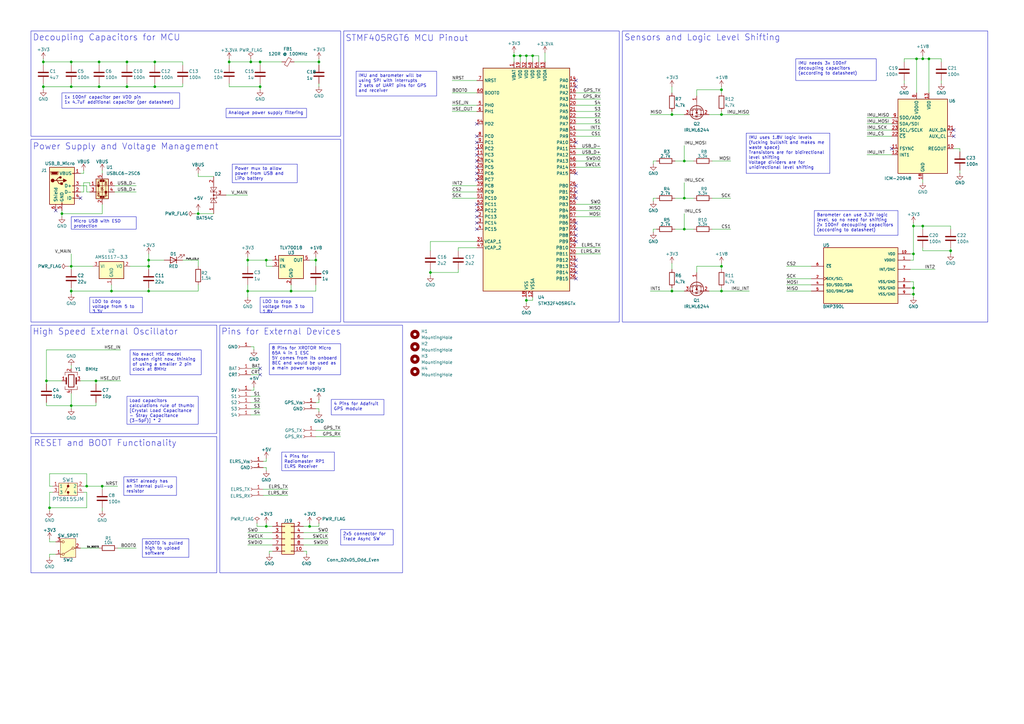
<source format=kicad_sch>
(kicad_sch (version 20250114) (generator "eeschema") (generator_version "9.0")
  (paper "A3")
  (rectangle (start 12.7 133.35) (end 88.9 177.8))
  (rectangle (start 90.17 133.35) (end 165.1 234.95))
  (rectangle (start 255.27 12.7) (end 405.13 132.08))
  (rectangle (start 12.7 57.15) (end 139.7 132.08))
  (rectangle (start 140.97 12.7) (end 254 132.08))
  (rectangle (start 12.7 12.7) (end 139.7 55.88))
  (rectangle (start 12.7 179.07) (end 88.9 234.95))
  (text "Pins for External Devices" (at 115.316 136.144 0) (effects (font (size 2.54 2.54))))
  (text "STMF405RGT6 MCU Pinout" (at 166.878 15.748 0) (effects (font (size 2.54 2.54))))
  (text "High Speed External Oscillator" (at 43.18 136.144 0) (effects (font (size 2.54 2.54))))
  (text "Power Supply and Voltage Management" (at 51.562 60.198 0) (effects (font (size 2.54 2.54))))
  (text "RESET and BOOT Functionality" (at 43.18 181.864 0) (effects (font (size 2.54 2.54))))
  (text "Decoupling Capacitors for MCU" (at 43.688 15.494 0) (effects (font (size 2.54 2.54))))
  (text "Sensors and Logic Level Shifting" (at 288.036 15.494 0) (effects (font (size 2.54 2.54))))
  (text_box "4 Pins for Radiomaster RP1 ELRS Receiver" (at 115.57 185.42 0) (size 21.59 7.62) (margins 0.9525 0.9525 0.9525 0.9525) (effects (font (size 1.27 1.27)) (justify left top)))
  (text_box "NRST already has an internal pull-up resistor" (at 50.8 195.58 0) (size 21.59 7.62) (margins 0.9525 0.9525 0.9525 0.9525) (effects (font (size 1.27 1.27)) (justify left top)))
  (text_box "4 Pins for Adafruit GPS module" (at 135.89 163.83 0) (size 21.59 6.35) (margins 0.9525 0.9525 0.9525 0.9525) (effects (font (size 1.27 1.27)) (justify left top)))
  (text_box "IMU needs 3x 100nF decoupling capacitors (according to datasheet)" (at 326.39 24.13 0) (size 33.02 8.89) (margins 0.9525 0.9525 0.9525 0.9525) (effects (font (size 1.27 1.27)) (justify left top)))
  (text_box "Power mux to allow power from USB and LiPo battery" (at 95.25 67.31 0) (size 26.67 7.62) (margins 0.9525 0.9525 0.9525 0.9525) (effects (font (size 1.27 1.27)) (justify left top)))
  (text_box "Barometer can use 3.3V logic level, so no need for shifting\n2x 100nF decoupling capacitors (according to datasheet)" (at 334.01 86.36 0) (size 34.29 10.16) (margins 0.9525 0.9525 0.9525 0.9525) (effects (font (size 1.27 1.27)) (justify left top)))
  (text_box "LDO to drop voltage from 5 to 3.3V" (at 36.83 121.92 0) (size 21.59 6.35) (margins 0.9525 0.9525 0.9525 0.9525) (effects (font (size 1.27 1.27)) (justify left top)))
  (text_box "Load capacitors calculations rule of thumb:\n[Crystal Load Capacitance - Stray Capacitance (3-5pF)] * 2" (at 52.07 162.56 0) (size 29.21 11.43) (margins 0.9525 0.9525 0.9525 0.9525) (effects (font (size 1.27 1.27)) (justify left top)))
  (text_box "BOOT0 is pulled high to upload software" (at 58.42 220.98 0) (size 19.05 7.62) (margins 0.9525 0.9525 0.9525 0.9525) (effects (font (size 1.27 1.27)) (justify left top)))
  (text_box "LDO to drop voltage from 3 to 1.8V" (at 106.68 121.92 0) (size 21.59 6.35) (margins 0.9525 0.9525 0.9525 0.9525) (effects (font (size 1.27 1.27)) (justify left top)))
  (text_box "IMU and barometer will be using SPI with interrupts\n2 sets of UART pins for GPS and receiver\n" (at 146.05 29.21 0) (size 33.02 10.16) (margins 0.9525 0.9525 0.9525 0.9525) (effects (font (size 1.27 1.27)) (justify left top)))
  (text_box "No exact HSE model chosen right now, thinking of using a smaller 2 pin clock at 8MHz" (at 53.34 143.51 0) (size 29.21 10.16) (margins 0.9525 0.9525 0.9525 0.9525) (effects (font (size 1.27 1.27)) (justify left top)))
  (text_box "8 Pins for XROTOR Micro 65A 4 in 1 ESC\n5V comes from its onboard BEC and would be used as a main power supply" (at 110.49 140.97 0) (size 29.21 12.7) (margins 0.9525 0.9525 0.9525 0.9525) (effects (font (size 1.27 1.27)) (justify left top)))
  (text_box "1x 100nF capacitor per VDD pin\n1x 4.7uF additional capacitor (per datasheet)\n" (at 25.4 38.1 0) (size 48.26 6.35) (margins 0.9525 0.9525 0.9525 0.9525) (effects (font (size 1.27 1.27)) (justify left top)))
  (text_box "2x5 connector for Trace Async SW" (at 139.7 217.17 0) (size 21.59 6.35) (margins 0.9525 0.9525 0.9525 0.9525) (effects (font (size 1.27 1.27)) (justify left top)))
  (text_box "IMU uses 1.8V logic levels (fucking bullshit and makes me waste space)\nTransistors are for bidirectional level shifting\nVoltage dividers are for unidirectional level shifting" (at 306.07 54.61 0) (size 34.29 16.51) (margins 0.9525 0.9525 0.9525 0.9525) (effects (font (size 1.27 1.27)) (justify left top)))
  (text_box "Micro USB with ESD protection" (at 29.21 88.9 0) (size 26.67 5.08) (margins 0.9525 0.9525 0.9525 0.9525) (effects (font (size 1.27 1.27)) (justify left top)))
  (text_box "Analogue power supply filtering" (at 92.71 44.45 0) (size 33.02 3.81) (margins 0.9525 0.9525 0.9525 0.9525) (effects (font (size 1.27 1.27)) (justify left top)))
  (junction (at 215.9 123.19))
  (junction (at 29.21 109.22))
  (junction (at 52.07 35.56))
  (junction (at 295.91 46.99))
  (junction (at 381 24.13))
  (junction (at 102.87 25.4))
  (junction (at 63.5 25.4))
  (junction (at 17.78 25.4))
  (junction (at 17.78 35.56))
  (junction (at 130.81 25.4))
  (junction (at 215.9 22.86))
  (junction (at 39.37 156.21))
  (junction (at 280.67 66.04))
  (junction (at 29.21 35.56))
  (junction (at 60.96 106.68))
  (junction (at 45.72 119.38))
  (junction (at 35.56 199.39))
  (junction (at 106.68 25.4))
  (junction (at 60.96 119.38))
  (junction (at 127 215.9))
  (junction (at 101.6 119.38))
  (junction (at 389.89 102.87))
  (junction (at 129.54 106.68))
  (junction (at 40.64 35.56))
  (junction (at 101.6 106.68))
  (junction (at 93.98 25.4))
  (junction (at 106.68 35.56))
  (junction (at 280.67 81.28))
  (junction (at 176.53 111.76))
  (junction (at 60.96 109.22))
  (junction (at 378.46 24.13))
  (junction (at 119.38 119.38))
  (junction (at 20.32 208.28))
  (junction (at 213.36 22.86))
  (junction (at 81.28 87.63))
  (junction (at 275.59 119.38))
  (junction (at 378.46 92.71))
  (junction (at 374.65 92.71))
  (junction (at 19.05 156.21))
  (junction (at 109.22 215.9))
  (junction (at 295.91 109.22))
  (junction (at 218.44 22.86))
  (junction (at 29.21 25.4))
  (junction (at 210.82 22.86))
  (junction (at 41.91 199.39))
  (junction (at 374.65 120.65))
  (junction (at 63.5 35.56))
  (junction (at 29.21 119.38))
  (junction (at 375.92 24.13))
  (junction (at 295.91 119.38))
  (junction (at 52.07 25.4))
  (junction (at 29.21 166.37))
  (junction (at 295.91 36.83))
  (junction (at 275.59 46.99))
  (junction (at 374.65 118.11))
  (junction (at 109.22 106.68))
  (junction (at 40.64 25.4))
  (junction (at 280.67 93.98))
  (junction (at 25.4 87.63))
  (junction (at 374.65 104.14))
  (no_connect (at 195.58 73.66))
  (no_connect (at 195.58 60.96))
  (no_connect (at 391.16 55.88))
  (no_connect (at 236.22 91.44))
  (no_connect (at 195.58 86.36))
  (no_connect (at 236.22 71.12))
  (no_connect (at 106.68 153.67))
  (no_connect (at 106.68 151.13))
  (no_connect (at 195.58 55.88))
  (no_connect (at 236.22 33.02))
  (no_connect (at 236.22 111.76))
  (no_connect (at 33.02 81.28))
  (no_connect (at 236.22 106.68))
  (no_connect (at 236.22 58.42))
  (no_connect (at 195.58 66.04))
  (no_connect (at 195.58 58.42))
  (no_connect (at 22.86 86.36))
  (no_connect (at 236.22 93.98))
  (no_connect (at 195.58 88.9))
  (no_connect (at 236.22 109.22))
  (no_connect (at 391.16 53.34))
  (no_connect (at 236.22 114.3))
  (no_connect (at 195.58 93.98))
  (no_connect (at 236.22 78.74))
  (no_connect (at 236.22 35.56))
  (no_connect (at 195.58 71.12))
  (no_connect (at 236.22 76.2))
  (no_connect (at 236.22 99.06))
  (no_connect (at 195.58 68.58))
  (no_connect (at 236.22 96.52))
  (no_connect (at 195.58 91.44))
  (no_connect (at 195.58 83.82))
  (no_connect (at 195.58 50.8))
  (no_connect (at 195.58 63.5))
  (no_connect (at 236.22 81.28))
  (no_connect (at 365.76 60.96))
  (wire (pts (xy 295.91 118.11) (xy 295.91 119.38)))
  (wire (pts (xy 276.86 66.04) (xy 280.67 66.04)))
  (wire (pts (xy 63.5 25.4) (xy 63.5 26.67)))
  (wire (pts (xy 280.67 81.28) (xy 284.48 81.28)))
  (wire (pts (xy 322.58 114.3) (xy 332.74 114.3)))
  (wire (pts (xy 106.68 34.29) (xy 106.68 35.56)))
  (wire (pts (xy 102.87 24.13) (xy 102.87 25.4)))
  (wire (pts (xy 236.22 63.5) (xy 246.38 63.5)))
  (wire (pts (xy 355.6 48.26) (xy 365.76 48.26)))
  (wire (pts (xy 109.22 106.68) (xy 111.76 106.68)))
  (wire (pts (xy 102.87 153.67) (xy 106.68 153.67)))
  (wire (pts (xy 185.42 78.74) (xy 195.58 78.74)))
  (wire (pts (xy 280.67 66.04) (xy 284.48 66.04)))
  (wire (pts (xy 35.56 76.2) (xy 33.02 76.2)))
  (wire (pts (xy 29.21 119.38) (xy 29.21 120.65)))
  (wire (pts (xy 236.22 104.14) (xy 246.38 104.14)))
  (wire (pts (xy 129.54 167.64) (xy 130.81 167.64)))
  (wire (pts (xy 176.53 110.49) (xy 176.53 111.76)))
  (wire (pts (xy 102.87 151.13) (xy 106.68 151.13)))
  (wire (pts (xy 130.81 24.13) (xy 130.81 25.4)))
  (wire (pts (xy 195.58 99.06) (xy 176.53 99.06)))
  (wire (pts (xy 355.6 53.34) (xy 365.76 53.34)))
  (wire (pts (xy 17.78 24.13) (xy 17.78 25.4)))
  (wire (pts (xy 20.32 208.28) (xy 35.56 208.28)))
  (wire (pts (xy 124.46 226.06) (xy 125.73 226.06)))
  (wire (pts (xy 280.67 93.98) (xy 284.48 93.98)))
  (wire (pts (xy 25.4 88.9) (xy 25.4 87.63)))
  (wire (pts (xy 285.75 109.22) (xy 295.91 109.22)))
  (wire (pts (xy 17.78 35.56) (xy 29.21 35.56)))
  (wire (pts (xy 124.46 218.44) (xy 134.62 218.44)))
  (wire (pts (xy 176.53 113.03) (xy 176.53 111.76)))
  (wire (pts (xy 40.64 25.4) (xy 40.64 26.67)))
  (wire (pts (xy 185.42 33.02) (xy 195.58 33.02)))
  (wire (pts (xy 355.6 55.88) (xy 365.76 55.88)))
  (wire (pts (xy 17.78 26.67) (xy 17.78 25.4)))
  (wire (pts (xy 275.59 107.95) (xy 275.59 110.49)))
  (wire (pts (xy 295.91 35.56) (xy 295.91 36.83)))
  (wire (pts (xy 378.46 102.87) (xy 389.89 102.87)))
  (wire (pts (xy 33.02 156.21) (xy 39.37 156.21)))
  (wire (pts (xy 52.07 25.4) (xy 52.07 26.67)))
  (wire (pts (xy 213.36 22.86) (xy 215.9 22.86)))
  (wire (pts (xy 127 214.63) (xy 127 215.9)))
  (wire (pts (xy 119.38 119.38) (xy 129.54 119.38)))
  (wire (pts (xy 109.22 109.22) (xy 111.76 109.22)))
  (wire (pts (xy 218.44 22.86) (xy 220.98 22.86)))
  (wire (pts (xy 80.01 87.63) (xy 81.28 87.63)))
  (wire (pts (xy 381 24.13) (xy 386.08 24.13)))
  (wire (pts (xy 215.9 22.86) (xy 218.44 22.86)))
  (wire (pts (xy 34.29 74.93) (xy 34.29 78.74)))
  (wire (pts (xy 210.82 21.59) (xy 210.82 22.86)))
  (wire (pts (xy 322.58 119.38) (xy 332.74 119.38)))
  (wire (pts (xy 81.28 72.39) (xy 87.63 72.39)))
  (wire (pts (xy 215.9 121.92) (xy 215.9 123.19)))
  (wire (pts (xy 370.84 24.13) (xy 370.84 25.4)))
  (wire (pts (xy 236.22 68.58) (xy 246.38 68.58)))
  (wire (pts (xy 29.21 109.22) (xy 29.21 110.49)))
  (wire (pts (xy 389.89 102.87) (xy 389.89 104.14)))
  (wire (pts (xy 185.42 76.2) (xy 195.58 76.2)))
  (wire (pts (xy 74.93 25.4) (xy 74.93 26.67)))
  (wire (pts (xy 20.32 194.31) (xy 20.32 199.39)))
  (wire (pts (xy 185.42 43.18) (xy 195.58 43.18)))
  (wire (pts (xy 46.99 76.2) (xy 55.88 76.2)))
  (wire (pts (xy 130.81 163.83) (xy 130.81 165.1)))
  (wire (pts (xy 374.65 92.71) (xy 374.65 104.14)))
  (wire (pts (xy 374.65 92.71) (xy 378.46 92.71)))
  (wire (pts (xy 322.58 116.84) (xy 332.74 116.84)))
  (wire (pts (xy 41.91 208.28) (xy 41.91 209.55)))
  (wire (pts (xy 393.7 71.12) (xy 393.7 69.85)))
  (wire (pts (xy 81.28 71.12) (xy 81.28 72.39)))
  (wire (pts (xy 130.81 25.4) (xy 130.81 26.67)))
  (wire (pts (xy 29.21 166.37) (xy 29.21 167.64)))
  (wire (pts (xy 290.83 119.38) (xy 295.91 119.38)))
  (wire (pts (xy 107.95 203.2) (xy 118.11 203.2)))
  (wire (pts (xy 218.44 22.86) (xy 218.44 25.4)))
  (wire (pts (xy 109.22 191.77) (xy 109.22 193.04)))
  (wire (pts (xy 129.54 179.07) (xy 139.7 179.07)))
  (wire (pts (xy 213.36 22.86) (xy 210.82 22.86)))
  (wire (pts (xy 81.28 86.36) (xy 81.28 87.63)))
  (wire (pts (xy 295.91 107.95) (xy 295.91 109.22)))
  (wire (pts (xy 35.56 78.74) (xy 36.83 78.74)))
  (wire (pts (xy 34.29 201.93) (xy 35.56 201.93)))
  (wire (pts (xy 389.89 102.87) (xy 389.89 101.6)))
  (wire (pts (xy 109.22 215.9) (xy 105.41 215.9)))
  (wire (pts (xy 29.21 149.86) (xy 29.21 151.13)))
  (wire (pts (xy 267.97 66.04) (xy 267.97 67.31)))
  (wire (pts (xy 275.59 119.38) (xy 280.67 119.38)))
  (wire (pts (xy 40.64 25.4) (xy 52.07 25.4)))
  (wire (pts (xy 102.87 25.4) (xy 93.98 25.4)))
  (wire (pts (xy 41.91 199.39) (xy 48.26 199.39)))
  (wire (pts (xy 355.6 63.5) (xy 365.76 63.5)))
  (wire (pts (xy 129.54 105.41) (xy 129.54 106.68)))
  (wire (pts (xy 295.91 109.22) (xy 295.91 110.49)))
  (wire (pts (xy 374.65 115.57) (xy 374.65 118.11)))
  (wire (pts (xy 93.98 24.13) (xy 93.98 25.4)))
  (wire (pts (xy 236.22 38.1) (xy 246.38 38.1)))
  (wire (pts (xy 218.44 121.92) (xy 218.44 123.19)))
  (wire (pts (xy 107.95 189.23) (xy 109.22 189.23)))
  (wire (pts (xy 35.56 199.39) (xy 41.91 199.39)))
  (wire (pts (xy 93.98 34.29) (xy 93.98 35.56)))
  (wire (pts (xy 19.05 165.1) (xy 19.05 166.37)))
  (wire (pts (xy 74.93 35.56) (xy 74.93 34.29)))
  (wire (pts (xy 373.38 118.11) (xy 374.65 118.11)))
  (wire (pts (xy 127 215.9) (xy 130.81 215.9)))
  (wire (pts (xy 295.91 36.83) (xy 295.91 38.1)))
  (wire (pts (xy 17.78 35.56) (xy 17.78 36.83)))
  (wire (pts (xy 378.46 92.71) (xy 378.46 93.98)))
  (wire (pts (xy 21.59 201.93) (xy 20.32 201.93)))
  (wire (pts (xy 187.96 110.49) (xy 187.96 111.76)))
  (wire (pts (xy 111.76 220.98) (xy 101.6 220.98)))
  (wire (pts (xy 120.65 25.4) (xy 130.81 25.4)))
  (wire (pts (xy 39.37 166.37) (xy 29.21 166.37)))
  (wire (pts (xy 106.68 35.56) (xy 106.68 36.83)))
  (wire (pts (xy 48.26 224.79) (xy 55.88 224.79)))
  (wire (pts (xy 101.6 116.84) (xy 101.6 119.38)))
  (wire (pts (xy 266.7 119.38) (xy 275.59 119.38)))
  (wire (pts (xy 236.22 48.26) (xy 246.38 48.26)))
  (wire (pts (xy 236.22 88.9) (xy 246.38 88.9)))
  (wire (pts (xy 220.98 22.86) (xy 220.98 25.4)))
  (wire (pts (xy 25.4 87.63) (xy 25.4 86.36)))
  (wire (pts (xy 246.38 53.34) (xy 236.22 53.34)))
  (wire (pts (xy 19.05 143.51) (xy 19.05 156.21)))
  (wire (pts (xy 109.22 214.63) (xy 109.22 215.9)))
  (wire (pts (xy 102.87 160.02) (xy 104.14 160.02)))
  (wire (pts (xy 35.56 76.2) (xy 35.56 78.74)))
  (wire (pts (xy 176.53 99.06) (xy 176.53 102.87)))
  (wire (pts (xy 373.38 120.65) (xy 374.65 120.65)))
  (wire (pts (xy 107.95 191.77) (xy 109.22 191.77)))
  (wire (pts (xy 386.08 34.29) (xy 386.08 33.02)))
  (wire (pts (xy 223.52 21.59) (xy 223.52 25.4)))
  (wire (pts (xy 52.07 35.56) (xy 52.07 34.29)))
  (wire (pts (xy 185.42 45.72) (xy 195.58 45.72)))
  (wire (pts (xy 393.7 60.96) (xy 393.7 62.23)))
  (wire (pts (xy 374.65 91.44) (xy 374.65 92.71)))
  (wire (pts (xy 111.76 218.44) (xy 101.6 218.44)))
  (wire (pts (xy 109.22 187.96) (xy 109.22 189.23)))
  (wire (pts (xy 280.67 87.63) (xy 280.67 93.98)))
  (wire (pts (xy 81.28 119.38) (xy 60.96 119.38)))
  (wire (pts (xy 374.65 120.65) (xy 374.65 121.92)))
  (wire (pts (xy 106.68 25.4) (xy 106.68 26.67)))
  (wire (pts (xy 63.5 35.56) (xy 63.5 34.29)))
  (wire (pts (xy 53.34 109.22) (xy 60.96 109.22)))
  (wire (pts (xy 41.91 199.39) (xy 41.91 200.66)))
  (wire (pts (xy 40.64 35.56) (xy 52.07 35.56)))
  (wire (pts (xy 295.91 119.38) (xy 307.34 119.38)))
  (wire (pts (xy 20.32 220.98) (xy 20.32 222.25)))
  (wire (pts (xy 386.08 24.13) (xy 386.08 25.4)))
  (wire (pts (xy 378.46 101.6) (xy 378.46 102.87)))
  (wire (pts (xy 266.7 46.99) (xy 275.59 46.99)))
  (wire (pts (xy 129.54 176.53) (xy 139.7 176.53)))
  (wire (pts (xy 29.21 35.56) (xy 40.64 35.56)))
  (wire (pts (xy 374.65 104.14) (xy 374.65 106.68)))
  (wire (pts (xy 81.28 116.84) (xy 81.28 119.38)))
  (wire (pts (xy 74.93 25.4) (xy 63.5 25.4)))
  (wire (pts (xy 102.87 167.64) (xy 106.68 167.64)))
  (wire (pts (xy 378.46 73.66) (xy 378.46 74.93)))
  (wire (pts (xy 378.46 92.71) (xy 389.89 92.71)))
  (wire (pts (xy 60.96 104.14) (xy 60.96 106.68)))
  (wire (pts (xy 101.6 105.41) (xy 101.6 106.68)))
  (wire (pts (xy 381 24.13) (xy 381 38.1)))
  (wire (pts (xy 374.65 118.11) (xy 374.65 120.65)))
  (wire (pts (xy 275.59 35.56) (xy 275.59 38.1)))
  (wire (pts (xy 210.82 22.86) (xy 210.82 25.4)))
  (wire (pts (xy 35.56 194.31) (xy 35.56 199.39)))
  (wire (pts (xy 322.58 109.22) (xy 332.74 109.22)))
  (wire (pts (xy 81.28 87.63) (xy 87.63 87.63)))
  (wire (pts (xy 29.21 161.29) (xy 29.21 166.37)))
  (wire (pts (xy 130.81 167.64) (xy 130.81 168.91)))
  (wire (pts (xy 185.42 38.1) (xy 195.58 38.1)))
  (wire (pts (xy 45.72 119.38) (xy 60.96 119.38)))
  (wire (pts (xy 275.59 46.99) (xy 280.67 46.99)))
  (wire (pts (xy 102.87 142.24) (xy 104.14 142.24)))
  (wire (pts (xy 22.86 222.25) (xy 20.32 222.25)))
  (wire (pts (xy 373.38 115.57) (xy 374.65 115.57)))
  (wire (pts (xy 111.76 226.06) (xy 110.49 226.06)))
  (wire (pts (xy 34.29 71.12) (xy 34.29 69.85)))
  (wire (pts (xy 275.59 118.11) (xy 275.59 119.38)))
  (wire (pts (xy 39.37 156.21) (xy 49.53 156.21)))
  (wire (pts (xy 105.41 215.9) (xy 105.41 214.63)))
  (wire (pts (xy 276.86 93.98) (xy 280.67 93.98)))
  (wire (pts (xy 375.92 24.13) (xy 375.92 38.1)))
  (wire (pts (xy 280.67 74.93) (xy 280.67 81.28)))
  (wire (pts (xy 60.96 119.38) (xy 60.96 118.11)))
  (wire (pts (xy 125.73 226.06) (xy 125.73 227.33)))
  (wire (pts (xy 124.46 220.98) (xy 134.62 220.98)))
  (wire (pts (xy 375.92 24.13) (xy 378.46 24.13)))
  (wire (pts (xy 101.6 106.68) (xy 109.22 106.68)))
  (wire (pts (xy 295.91 46.99) (xy 307.34 46.99)))
  (wire (pts (xy 101.6 119.38) (xy 119.38 119.38)))
  (wire (pts (xy 36.83 74.93) (xy 34.29 74.93)))
  (wire (pts (xy 93.98 35.56) (xy 106.68 35.56)))
  (wire (pts (xy 102.87 170.18) (xy 106.68 170.18)))
  (wire (pts (xy 33.02 71.12) (xy 34.29 71.12)))
  (wire (pts (xy 389.89 92.71) (xy 389.89 93.98)))
  (wire (pts (xy 111.76 215.9) (xy 109.22 215.9)))
  (wire (pts (xy 292.1 81.28) (xy 299.72 81.28)))
  (wire (pts (xy 33.02 224.79) (xy 40.64 224.79)))
  (wire (pts (xy 215.9 123.19) (xy 215.9 124.46)))
  (wire (pts (xy 102.87 162.56) (xy 106.68 162.56)))
  (wire (pts (xy 34.29 78.74) (xy 33.02 78.74)))
  (wire (pts (xy 102.87 165.1) (xy 106.68 165.1)))
  (wire (pts (xy 22.86 227.33) (xy 20.32 227.33)))
  (wire (pts (xy 285.75 109.22) (xy 285.75 111.76)))
  (wire (pts (xy 378.46 24.13) (xy 381 24.13)))
  (wire (pts (xy 275.59 45.72) (xy 275.59 46.99)))
  (wire (pts (xy 269.24 81.28) (xy 267.97 81.28)))
  (wire (pts (xy 106.68 25.4) (xy 115.57 25.4)))
  (wire (pts (xy 285.75 36.83) (xy 295.91 36.83)))
  (wire (pts (xy 110.49 226.06) (xy 110.49 227.33)))
  (wire (pts (xy 290.83 46.99) (xy 295.91 46.99)))
  (wire (pts (xy 267.97 81.28) (xy 267.97 82.55)))
  (wire (pts (xy 373.38 104.14) (xy 374.65 104.14)))
  (wire (pts (xy 127 106.68) (xy 129.54 106.68)))
  (wire (pts (xy 236.22 50.8) (xy 246.38 50.8)))
  (wire (pts (xy 20.32 199.39) (xy 21.59 199.39)))
  (wire (pts (xy 236.22 60.96) (xy 246.38 60.96)))
  (wire (pts (xy 391.16 60.96) (xy 393.7 60.96)))
  (wire (pts (xy 295.91 45.72) (xy 295.91 46.99)))
  (wire (pts (xy 187.96 101.6) (xy 187.96 102.87)))
  (wire (pts (xy 195.58 81.28) (xy 185.42 81.28)))
  (wire (pts (xy 119.38 116.84) (xy 119.38 119.38)))
  (wire (pts (xy 29.21 118.11) (xy 29.21 119.38)))
  (wire (pts (xy 292.1 66.04) (xy 299.72 66.04)))
  (wire (pts (xy 176.53 111.76) (xy 187.96 111.76)))
  (wire (pts (xy 20.32 194.31) (xy 35.56 194.31)))
  (wire (pts (xy 213.36 22.86) (xy 213.36 25.4)))
  (wire (pts (xy 104.14 158.75) (xy 104.14 160.02)))
  (wire (pts (xy 236.22 83.82) (xy 246.38 83.82)))
  (wire (pts (xy 46.99 78.74) (xy 55.88 78.74)))
  (wire (pts (xy 130.81 35.56) (xy 130.81 34.29)))
  (wire (pts (xy 45.72 116.84) (xy 45.72 119.38)))
  (wire (pts (xy 35.56 199.39) (xy 34.29 199.39)))
  (wire (pts (xy 39.37 156.21) (xy 39.37 157.48)))
  (wire (pts (xy 35.56 201.93) (xy 35.56 208.28)))
  (wire (pts (xy 29.21 25.4) (xy 40.64 25.4)))
  (wire (pts (xy 19.05 166.37) (xy 29.21 166.37)))
  (wire (pts (xy 19.05 156.21) (xy 25.4 156.21)))
  (wire (pts (xy 236.22 45.72) (xy 246.38 45.72)))
  (wire (pts (xy 20.32 208.28) (xy 20.32 209.55)))
  (wire (pts (xy 111.76 223.52) (xy 101.6 223.52)))
  (wire (pts (xy 19.05 143.51) (xy 49.53 143.51)))
  (wire (pts (xy 106.68 25.4) (xy 102.87 25.4)))
  (wire (pts (xy 29.21 26.67) (xy 29.21 25.4)))
  (wire (pts (xy 29.21 119.38) (xy 45.72 119.38)))
  (wire (pts (xy 267.97 93.98) (xy 267.97 95.25)))
  (wire (pts (xy 74.93 106.68) (xy 81.28 106.68)))
  (wire (pts (xy 41.91 87.63) (xy 25.4 87.63)))
  (wire (pts (xy 130.81 215.9) (xy 130.81 214.63)))
  (wire (pts (xy 236.22 40.64) (xy 246.38 40.64)))
  (wire (pts (xy 39.37 165.1) (xy 39.37 166.37)))
  (wire (pts (xy 280.67 59.69) (xy 280.67 66.04)))
  (wire (pts (xy 378.46 22.86) (xy 378.46 24.13)))
  (wire (pts (xy 269.24 93.98) (xy 267.97 93.98)))
  (wire (pts (xy 383.54 110.49) (xy 373.38 110.49)))
  (wire (pts (xy 129.54 119.38) (xy 129.54 116.84)))
  (wire (pts (xy 236.22 55.88) (xy 246.38 55.88)))
  (wire (pts (xy 60.96 109.22) (xy 60.96 110.49)))
  (wire (pts (xy 101.6 106.68) (xy 101.6 109.22)))
  (wire (pts (xy 370.84 34.29) (xy 370.84 33.02)))
  (wire (pts (xy 92.71 80.01) (xy 101.6 80.01)))
  (wire (pts (xy 375.92 24.13) (xy 370.84 24.13)))
  (wire (pts (xy 236.22 86.36) (xy 246.38 86.36)))
  (wire (pts (xy 29.21 104.14) (xy 29.21 109.22)))
  (wire (pts (xy 124.46 215.9) (xy 127 215.9)))
  (wire (pts (xy 285.75 36.83) (xy 285.75 39.37)))
  (wire (pts (xy 29.21 34.29) (xy 29.21 35.56)))
  (wire (pts (xy 101.6 119.38) (xy 101.6 121.92)))
  (wire (pts (xy 60.96 106.68) (xy 60.96 109.22)))
  (wire (pts (xy 40.64 35.56) (xy 40.64 34.29)))
  (wire (pts (xy 19.05 156.21) (xy 19.05 157.48)))
  (wire (pts (xy 269.24 66.04) (xy 267.97 66.04)))
  (wire (pts (xy 60.96 106.68) (xy 67.31 106.68)))
  (wire (pts (xy 63.5 35.56) (xy 74.93 35.56)))
  (wire (pts (xy 107.95 200.66) (xy 118.11 200.66)))
  (wire (pts (xy 41.91 83.82) (xy 41.91 87.63)))
  (wire (pts (xy 129.54 106.68) (xy 129.54 109.22)))
  (wire (pts (xy 93.98 26.67) (xy 93.98 25.4)))
  (wire (pts (xy 38.1 109.22) (xy 29.21 109.22)))
  (wire (pts (xy 355.6 50.8) (xy 365.76 50.8)))
  (wire (pts (xy 27.94 109.22) (xy 29.21 109.22)))
  (wire (pts (xy 20.32 227.33) (xy 20.32 228.6)))
  (wire (pts (xy 20.32 201.93) (xy 20.32 208.28)))
  (wire (pts (xy 215.9 22.86) (xy 215.9 25.4)))
  (wire (pts (xy 236.22 101.6) (xy 246.38 101.6)))
  (wire (pts (xy 218.44 123.19) (xy 215.9 123.19)))
  (wire (pts (xy 52.07 25.4) (xy 63.5 25.4)))
  (wire (pts (xy 236.22 66.04) (xy 246.38 66.04)))
  (wire (pts (xy 236.22 43.18) (xy 246.38 43.18)))
  (wire (pts (xy 373.38 106.68) (xy 374.65 106.68)))
  (wire (pts (xy 124.46 223.52) (xy 134.62 223.52)))
  (wire (pts (xy 129.54 165.1) (xy 130.81 165.1)))
  (wire (pts (xy 81.28 106.68) (xy 81.28 109.22)))
  (wire (pts (xy 41.91 69.85) (xy 41.91 71.12)))
  (wire (pts (xy 276.86 81.28) (xy 280.67 81.28)))
  (wire (pts (xy 52.07 35.56) (xy 63.5 35.56)))
  (wire (pts (xy 17.78 25.4) (xy 29.21 25.4)))
  (wire (pts (xy 17.78 34.29) (xy 17.78 35.56)))
  (wire (pts (xy 195.58 101.6) (xy 187.96 101.6)))
  (wire (pts (xy 36.83 76.2) (xy 36.83 74.93)))
  (wire (pts (xy 104.14 142.24) (xy 104.14 143.51)))
  (wire (pts (xy 109.22 106.68) (xy 109.22 109.22)))
  (wire (pts (xy 292.1 93.98) (xy 299.72 93.98)))
  (label "HSE_IN" (at 49.53 143.51 180))
  (label "SCK" (at 185.42 81.28 0))
  (label "SWDIO" (at 246.38 66.04 180))
  (label "MOSI" (at 322.58 116.84 0))
  (label "IMU_INT" (at 307.34 119.38 180))
  (label "S2" (at 106.68 165.1 180))
  (label "S3" (at 246.38 45.72 180))
  (label "INT1" (at 246.38 53.34 180))
  (label "GPS_RX" (at 246.38 40.64 180))
  (label "CS1" (at 246.38 55.88 180))
  (label "SWO" (at 246.38 83.82 180))
  (label "BOOT0" (at 185.42 38.1 0))
  (label "MISO" (at 246.38 86.36 180))
  (label "CRT" (at 106.68 153.67 180))
  (label "MISO" (at 266.7 46.99 0))
  (label "BAT" (at 106.68 151.13 180))
  (label "GPS_RX" (at 139.7 179.07 180))
  (label "IMU_CS" (at 280.67 87.63 0))
  (label "S4" (at 246.38 43.18 180))
  (label "INT2" (at 185.42 76.2 0))
  (label "SWCLK" (at 246.38 68.58 180))
  (label "IMU_MOSI" (at 280.67 59.69 0))
  (label "IMU_INT" (at 355.6 63.5 0))
  (label "IMU_MISO" (at 355.6 48.26 0))
  (label "HSE_OUT" (at 49.53 156.21 180))
  (label "S4" (at 106.68 170.18 180))
  (label "IMU_CS" (at 355.6 55.88 0))
  (label "S1" (at 246.38 50.8 180))
  (label "S1" (at 106.68 162.56 180))
  (label "USB_D-" (at 246.38 60.96 180))
  (label "S3" (at 106.68 167.64 180))
  (label "MISO" (at 322.58 119.38 0))
  (label "USB_D+" (at 55.88 78.74 180))
  (label "SWO" (at 134.62 218.44 180))
  (label "SCK" (at 322.58 114.3 0))
  (label "IMU_SCK" (at 355.6 53.34 0))
  (label "SWO" (at 101.6 218.44 0))
  (label "INT1" (at 266.7 119.38 0))
  (label "NRST" (at 185.42 33.02 0))
  (label "IMU_MISO" (at 307.34 46.99 180))
  (label "V_MAIN" (at 29.21 104.14 180))
  (label "NRST" (at 48.26 199.39 180))
  (label "ELRS_TX" (at 246.38 101.6 180))
  (label "SWDIO" (at 101.6 223.52 0))
  (label "CS1" (at 299.72 93.98 180))
  (label "INT2" (at 383.54 110.49 180))
  (label "GPS_TX" (at 246.38 38.1 180))
  (label "V_MAIN" (at 101.6 80.01 180))
  (label "CS2" (at 322.58 109.22 0))
  (label "GPS_TX" (at 139.7 176.53 180))
  (label "SWCLK" (at 134.62 220.98 180))
  (label "MOSI" (at 299.72 66.04 180))
  (label "PWR_LED_K" (at 76.2 106.68 0) (effects (font (size 0.635 0.635))))
  (label "USB_D-" (at 55.88 76.2 180))
  (label "SCK" (at 299.72 81.28 180))
  (label "MOSI" (at 246.38 88.9 180))
  (label "ELRS_TX" (at 118.11 200.66 180))
  (label "IMU_SCK" (at 280.67 74.93 0))
  (label "ELRS_RX" (at 246.38 104.14 180))
  (label "CS2" (at 185.42 78.74 0))
  (label "IMU_MOSI" (at 355.6 50.8 0))
  (label "SWCLK" (at 101.6 220.98 0))
  (label "SWDIO" (at 134.62 223.52 180))
  (label "USB_D+" (at 246.38 63.5 180))
  (label "ELRS_RX" (at 118.11 203.2 180))
  (label "SW_BOOT0" (at 40.64 224.79 180) (effects (font (size 0.635 0.635))))
  (label "BOOT0" (at 55.88 224.79 180))
  (label "S2" (at 246.38 48.26 180))
  (label "HSE_OUT" (at 185.42 45.72 0))
  (label "HSE_IN" (at 185.42 43.18 0))
  (symbol (lib_id "power:+1V8") (at 295.91 35.56 0) (unit 1)
    (property "Reference" "#PWR037" (effects (hide yes)))
    (property "Value" "+1V8" (at 295.91 31.75 0))
    (property "Description" "Power symbol creates a global label with name \"+1V8\"" (effects (hide yes)))
  )
  (symbol (lib_id "Connector:Conn_01x01_Socket") (at 97.79 142.24 0) (mirror y) (unit 1)
    (property "Reference" "J2" (effects (hide yes)))
    (property "Value" "GND" (at 95.504 142.24 0))
    (property "Footprint" "Connector_Wire:SolderWirePad_1x01_SMD_1x2mm" (effects (hide yes)))
    (property "Description" "Generic connector, single row, 01x01, script generated" (effects (hide yes)))
  )
  (symbol (lib_id "power:GND") (at 101.6 121.92 0) (unit 1)
    (property "Reference" "#PWR06" (effects (hide yes)))
    (property "Value" "GND" (at 101.6 125.73 0))
    (property "Description" "Power symbol creates a global label with name \"GND\" , ground" (effects (hide yes)))
  )
  (symbol (lib_id "power:PWR_FLAG") (at 105.41 214.63 0) (mirror y) (unit 1)
    (property "Reference" "#FLG06" (effects (hide yes)))
    (property "Value" "PWR_FLAG" (at 99.314 212.852 0))
    (property "Description" "Special symbol for telling ERC where power comes from" (effects (hide yes)))
  )
  (symbol (lib_id "Device:LED") (at 71.12 106.68 180) (unit 1)
    (property "Reference" "D1" (at 71.12 104.14 0))
    (property "Value" "RED" (at 71.12 109.22 0))
    (property "Footprint" "LED_SMD:LED_0603_1608Metric" (effects (hide yes)))
    (property "Description" "Light emitting diode" (effects (hide yes)))
    (property "Sim.Pins" "1=K 2=A" (effects (hide yes)))
  )
  (symbol (lib_id "power:GND") (at 29.21 167.64 0) (unit 1)
    (property "Reference" "#PWR012" (effects (hide yes)))
    (property "Value" "GND" (at 29.21 171.45 0))
    (property "Description" "Power symbol creates a global label with name \"GND\" , ground" (effects (hide yes)))
  )
  (symbol (lib_id "power:+3V3") (at 275.59 35.56 0) (unit 1)
    (property "Reference" "#PWR035" (effects (hide yes)))
    (property "Value" "+3V3" (at 275.59 31.75 0))
    (property "Description" "Power symbol creates a global label with name \"+3V3\"" (effects (hide yes)))
  )
  (symbol (lib_id "power:+3V3") (at 109.22 214.63 0) (mirror y) (unit 1)
    (property "Reference" "#PWR053" (effects (hide yes)))
    (property "Value" "+3V3" (at 109.22 210.82 0))
    (property "Description" "Power symbol creates a global label with name \"+3V3\"" (effects (hide yes)))
  )
  (symbol (lib_id "power:GND") (at 267.97 67.31 0) (unit 1)
    (property "Reference" "#PWR031" (effects (hide yes)))
    (property "Value" "GND" (at 267.97 71.12 0))
    (property "Description" "Power symbol creates a global label with name \"GND\" , ground" (effects (hide yes)))
  )
  (symbol (lib_id "power:GND") (at 393.7 71.12 0) (unit 1)
    (property "Reference" "#PWR045" (effects (hide yes)))
    (property "Value" "GND" (at 393.7 74.93 0))
    (property "Description" "Power symbol creates a global label with name \"GND\" , ground" (effects (hide yes)))
  )
  (symbol (lib_id "Device:C") (at 29.21 114.3 0) (unit 1)
    (property "Reference" "C2" (at 31.75 113.03 0) (effects (justify left)))
    (property "Value" "22u" (at 31.75 115.57 0) (effects (justify left)))
    (property "Footprint" "Capacitor_SMD:C_0805_2012Metric" (effects (hide yes)))
    (property "Description" "Unpolarized capacitor" (effects (hide yes)))
  )
  (symbol (lib_id "Device:C") (at 93.98 30.48 0) (unit 1)
    (property "Reference" "C14" (at 87.63 29.21 0) (effects (justify left)))
    (property "Value" "10n" (at 87.63 31.75 0) (effects (justify left)))
    (property "Footprint" "Capacitor_SMD:C_0402_1005Metric" (effects (hide yes)))
    (property "Description" "Unpolarized capacitor" (effects (hide yes)))
  )
  (symbol (lib_id "Connector:Conn_01x01_Socket") (at 124.46 165.1 0) (mirror y) (unit 1)
    (property "Reference" "J11" (effects (hide yes)))
    (property "Value" "GPS_V_{IN}" (at 120.396 165.1 0))
    (property "Footprint" "Connector_Wire:SolderWirePad_1x01_SMD_1x2mm" (effects (hide yes)))
    (property "Description" "Generic connector, single row, 01x01, script generated" (effects (hide yes)))
  )
  (symbol (lib_id "Connector:USB_B_Micro") (at 25.4 76.2 0) (unit 1)
    (property "Reference" "J1" (at 19.304 69.85 0) (effects (justify right)))
    (property "Value" "USB_B_Micro" (at 30.734 67.056 0) (effects (justify right)))
    (property "Footprint" "Connector_USB:USB_Micro-B_Wuerth_629105150521" (effects (hide yes)))
    (property "Description" "USB Micro Type B connector" (effects (hide yes)))
  )
  (symbol (lib_id "power:GND") (at 109.22 193.04 0) (unit 1)
    (property "Reference" "#PWR049" (effects (hide yes)))
    (property "Value" "GND" (at 109.22 196.85 0))
    (property "Description" "Power symbol creates a global label with name \"GND\" , ground" (effects (hide yes)))
  )
  (symbol (lib_id "Diode:BAT54C") (at 87.63 80.01 90) (unit 1)
    (property "Reference" "D2" (at 90.678 71.374 90) (effects (justify left)))
    (property "Value" "BAT54C" (at 87.63 89.408 90) (effects (justify left)))
    (property "Footprint" "Package_TO_SOT_SMD:SOT-23" (effects (hide yes)))
    (property "Datasheet" "http://www.diodes.com/_files/datasheets/ds11005.pdf" (effects (hide yes)))
    (property "Description" "dual schottky barrier diode, common cathode" (effects (hide yes)))
  )
  (symbol (lib_id "Mechanical:MountingHole") (at 170.18 137.16 0) (unit 1) (in_bom no)
    (property "Reference" "H1" (at 172.72 135.8899 0) (effects (justify left)))
    (property "Value" "MountingHole" (at 172.72 138.4299 0) (effects (justify left)))
    (property "Footprint" "MountingHole:MountingHole_4mm" (effects (hide yes)))
    (property "Description" "Mounting Hole without connection" (effects (hide yes)))
  )
  (symbol (lib_id "Switch:SW_SPDT") (at 27.94 224.79 180) (unit 1)
    (property "Reference" "SW2" (at 27.94 229.616 0))
    (property "Value" "SW_SPDT" (at 27.94 219.71 0))
    (property "Footprint" "Button_Switch_SMD:SW_SPDT_PCM12" (effects (hide yes)))
    (property "Description" "Switch, single pole double throw" (effects (hide yes)))
  )
  (symbol (lib_id "Regulator_Linear:AMS1117-3.3") (at 45.72 109.22 0) (unit 1)
    (property "Reference" "U2" (at 45.72 102.87 0))
    (property "Value" "AMS1117-3.3" (at 45.72 105.41 0))
    (property "Footprint" "Package_TO_SOT_SMD:SOT-223-3_TabPin2" (effects (hide yes)))
    (property "Datasheet" "http://www.advanced-monolithic.com/pdf/ds1117.pdf" (effects (hide yes)))
    (property "Description" "1A Low Dropout regulator, positive, 3.3V fixed output, SOT-223" (effects (hide yes)))
  )
  (symbol (lib_id "power:+3V3") (at 210.82 21.59 0) (unit 1)
    (property "Reference" "#PWR026" (effects (hide yes)))
    (property "Value" "+3V3" (at 210.82 17.78 0))
    (property "Description" "Power symbol creates a global label with name \"+3V3\"" (effects (hide yes)))
  )
  (symbol (lib_id "Device:R") (at 295.91 114.3 0) (unit 1)
    (property "Reference" "R11" (at 297.18 113.03 0) (effects (justify left)))
    (property "Value" "4.7k" (at 297.18 115.57 0) (effects (justify left)))
    (property "Footprint" "Resistor_SMD:R_0402_1005Metric" (effects (hide yes)))
    (property "Description" "Resistor" (effects (hide yes)))
  )
  (symbol (lib_id "power:+1V8") (at 295.91 107.95 0) (unit 1)
    (property "Reference" "#PWR036" (effects (hide yes)))
    (property "Value" "+1V8" (at 295.91 104.14 0))
    (property "Description" "Power symbol creates a global label with name \"+1V8\"" (effects (hide yes)))
  )
  (symbol (lib_id "Connector:Conn_01x01_Socket") (at 124.46 179.07 0) (mirror y) (unit 1)
    (property "Reference" "J14" (effects (hide yes)))
    (property "Value" "GPS_RX" (at 120.396 179.07 0))
    (property "Footprint" "Connector_Wire:SolderWirePad_1x01_SMD_1x2mm" (effects (hide yes)))
    (property "Description" "Generic connector, single row, 01x01, script generated" (effects (hide yes)))
  )
  (symbol (lib_id "power:PWR_FLAG") (at 80.01 87.63 90) (mirror x) (unit 1)
    (property "Reference" "#FLG02" (effects (hide yes)))
    (property "Value" "PWR_FLAG" (at 72.39 87.63 90))
    (property "Description" "Special symbol for telling ERC where power comes from" (effects (hide yes)))
  )
  (symbol (lib_id "Device:R") (at 44.45 224.79 90) (unit 1)
    (property "Reference" "R1" (at 44.45 220.726 90))
    (property "Value" "10k" (at 44.45 222.504 90))
    (property "Footprint" "Resistor_SMD:R_0402_1005Metric" (effects (hide yes)))
    (property "Description" "Resistor" (effects (hide yes)))
  )
  (symbol (lib_id "power:+3V3") (at 60.96 104.14 0) (unit 1)
    (property "Reference" "#PWR016" (effects (hide yes)))
    (property "Value" "+3V3" (at 60.96 100.584 0))
    (property "Description" "Power symbol creates a global label with name \"+3V3\"" (effects (hide yes)))
  )
  (symbol (lib_id "Connector:Conn_01x01_Socket") (at 102.87 191.77 0) (mirror y) (unit 1)
    (property "Reference" "J16" (effects (hide yes)))
    (property "Value" "GND" (at 100.584 191.77 0))
    (property "Footprint" "Connector_Wire:SolderWirePad_1x01_SMD_1x2mm" (effects (hide yes)))
    (property "Description" "Generic connector, single row, 01x01, script generated" (effects (hide yes)))
  )
  (symbol (lib_id "Connector:Conn_01x01_Socket") (at 124.46 176.53 0) (mirror y) (unit 1)
    (property "Reference" "J12" (effects (hide yes)))
    (property "Value" "GPS_TX" (at 120.396 176.53 0))
    (property "Footprint" "Connector_Wire:SolderWirePad_1x01_SMD_1x2mm" (effects (hide yes)))
    (property "Description" "Generic connector, single row, 01x01, script generated" (effects (hide yes)))
  )
  (symbol (lib_id "Device:C") (at 29.21 30.48 0) (unit 1)
    (property "Reference" "C5" (at 31.75 29.21 0) (effects (justify left)))
    (property "Value" "100n" (at 31.75 31.75 0) (effects (justify left)))
    (property "Footprint" "Capacitor_SMD:C_0402_1005Metric" (effects (hide yes)))
    (property "Description" "Unpolarized capacitor" (effects (hide yes)))
  )
  (symbol (lib_id "power:GND") (at 125.73 227.33 0) (mirror y) (unit 1)
    (property "Reference" "#PWR052" (effects (hide yes)))
    (property "Value" "GND" (at 125.73 231.14 0))
    (property "Description" "Power symbol creates a global label with name \"GND\" , ground" (effects (hide yes)))
  )
  (symbol (lib_id "Device:C") (at 17.78 30.48 0) (unit 1)
    (property "Reference" "C1" (at 20.32 29.21 0) (effects (justify left)))
    (property "Value" "4u7" (at 20.32 31.75 0) (effects (justify left)))
    (property "Footprint" "Capacitor_SMD:C_0603_1608Metric" (effects (hide yes)))
    (property "Description" "Unpolarized capacitor" (effects (hide yes)))
  )
  (symbol (lib_id "power:GND") (at 110.49 227.33 0) (unit 1)
    (property "Reference" "#PWR054" (effects (hide yes)))
    (property "Value" "GND" (at 110.49 231.14 0))
    (property "Description" "Power symbol creates a global label with name \"GND\" , ground" (effects (hide yes)))
  )
  (symbol (lib_id "power:+3V3") (at 17.78 24.13 0) (unit 1)
    (property "Reference" "#PWR01" (effects (hide yes)))
    (property "Value" "+3V3" (at 17.78 20.32 0))
    (property "Description" "Power symbol creates a global label with name \"+3V3\"" (effects (hide yes)))
  )
  (symbol (lib_id "Power_Protection:USBLC6-2SC6") (at 41.91 76.2 0) (unit 1)
    (property "Reference" "U1" (at 43.5611 68.58 0) (effects (justify left)))
    (property "Value" "USBLC6-2SC6" (at 43.5611 71.12 0) (effects (justify left)))
    (property "Footprint" "Package_TO_SOT_SMD:SOT-23-6" (effects (hide yes)))
    (property "Datasheet" "https://www.st.com/resource/en/datasheet/usblc6-2.pdf" (effects (hide yes)))
    (property "Description" "Very low capacitance ESD protection diode, 2 data-line, SOT-23-6" (effects (hide yes)))
    (property "Sim.Library" ".\\" (effects (hide yes)))
  )
  (symbol (lib_id "power:GND") (at 386.08 34.29 0) (unit 1)
    (property "Reference" "#PWR043" (effects (hide yes)))
    (property "Value" "GND" (at 386.08 38.1 0))
    (property "Description" "Power symbol creates a global label with name \"GND\" , ground" (effects (hide yes)))
  )
  (symbol (lib_id "Device:R") (at 288.29 81.28 90) (unit 1)
    (property "Reference" "R9" (at 290.068 77.47 90) (effects (justify left)))
    (property "Value" "3.3k" (at 290.322 79.248 90) (effects (justify left)))
    (property "Footprint" "Resistor_SMD:R_0402_1005Metric" (effects (hide yes)))
    (property "Description" "Resistor" (effects (hide yes)))
  )
  (symbol (lib_id "power:GND") (at 176.53 113.03 0) (unit 1)
    (property "Reference" "#PWR023" (effects (hide yes)))
    (property "Value" "GND" (at 176.53 116.84 0))
    (property "Description" "Power symbol creates a global label with name \"GND\" , ground" (effects (hide yes)))
  )
  (symbol (lib_id "Connector:Conn_01x01_Socket") (at 124.46 167.64 0) (mirror y) (unit 1)
    (property "Reference" "J13" (effects (hide yes)))
    (property "Value" "GND" (at 122.174 167.64 0))
    (property "Footprint" "Connector_Wire:SolderWirePad_1x01_SMD_1x2mm" (effects (hide yes)))
    (property "Description" "Generic connector, single row, 01x01, script generated" (effects (hide yes)))
  )
  (symbol (lib_id "power:GND") (at 378.46 74.93 0) (unit 1)
    (property "Reference" "#PWR042" (effects (hide yes)))
    (property "Value" "GND" (at 378.46 78.74 0))
    (property "Description" "Power symbol creates a global label with name \"GND\" , ground" (effects (hide yes)))
  )
  (symbol (lib_id "power:GND") (at 29.21 120.65 0) (unit 1)
    (property "Reference" "#PWR04" (effects (hide yes)))
    (property "Value" "GND" (at 29.21 124.46 0))
    (property "Description" "Power symbol creates a global label with name \"GND\" , ground" (effects (hide yes)))
  )
  (symbol (lib_id "power:GND") (at 17.78 36.83 0) (unit 1)
    (property "Reference" "#PWR02" (effects (hide yes)))
    (property "Value" "GND" (at 17.78 40.64 0))
    (property "Description" "Power symbol creates a global label with name \"GND\" , ground" (effects (hide yes)))
  )
  (symbol (lib_id "Device:C") (at 101.6 113.03 0) (unit 1)
    (property "Reference" "C3" (at 104.14 111.76 0) (effects (justify left)))
    (property "Value" "1u" (at 104.14 114.3 0) (effects (justify left)))
    (property "Footprint" "Capacitor_SMD:C_0603_1608Metric" (effects (hide yes)))
    (property "Description" "Unpolarized capacitor" (effects (hide yes)))
  )
  (symbol (lib_id "Connector:Conn_01x01_Socket") (at 102.87 200.66 0) (mirror y) (unit 1)
    (property "Reference" "J17" (effects (hide yes)))
    (property "Value" "ELRS_TX" (at 98.552 200.66 0))
    (property "Footprint" "Connector_Wire:SolderWirePad_1x01_SMD_1x2mm" (effects (hide yes)))
    (property "Description" "Generic connector, single row, 01x01, script generated" (effects (hide yes)))
  )
  (symbol (lib_id "Device:C") (at 41.91 204.47 0) (unit 1)
    (property "Reference" "C8" (at 44.45 203.2 0) (effects (justify left)))
    (property "Value" "100n" (at 44.45 205.74 0) (effects (justify left)))
    (property "Footprint" "Capacitor_SMD:C_0402_1005Metric" (effects (hide yes)))
    (property "Description" "Unpolarized capacitor" (effects (hide yes)))
  )
  (symbol (lib_id "Device:R") (at 275.59 41.91 0) (unit 1)
    (property "Reference" "R7" (at 276.86 40.64 0) (effects (justify left)))
    (property "Value" "4.7k" (at 276.86 43.18 0) (effects (justify left)))
    (property "Footprint" "Resistor_SMD:R_0402_1005Metric" (effects (hide yes)))
    (property "Description" "Resistor" (effects (hide yes)))
  )
  (symbol (lib_id "Connector:Conn_01x01_Socket") (at 97.79 170.18 0) (mirror y) (unit 1)
    (property "Reference" "J9" (effects (hide yes)))
    (property "Value" "S4" (at 96.012 170.18 0))
    (property "Footprint" "Connector_Wire:SolderWirePad_1x01_SMD_1x2mm" (effects (hide yes)))
    (property "Description" "Generic connector, single row, 01x01, script generated" (effects (hide yes)))
  )
  (symbol (lib_id "power:GND") (at 130.81 168.91 0) (unit 1)
    (property "Reference" "#PWR047" (effects (hide yes)))
    (property "Value" "GND" (at 130.81 172.72 0))
    (property "Description" "Power symbol creates a global label with name \"GND\" , ground" (effects (hide yes)))
  )
  (symbol (lib_id "power:+3V3") (at 130.81 24.13 0) (mirror y) (unit 1)
    (property "Reference" "#PWR024" (effects (hide yes)))
    (property "Value" "+3V3" (at 130.81 20.32 0))
    (property "Description" "Power symbol creates a global label with name \"+3V3\"" (effects (hide yes)))
  )
  (symbol (lib_id "Sensor_Pressure:BMP390L") (at 353.06 114.3 0) (unit 1)
    (property "Reference" "U5" (at 338.836 100.584 0))
    (property "Value" "BMP390L" (at 341.884 125.73 0))
    (property "Footprint" "Sensor_Pressure:BMP390L" (effects (hide yes)))
    (property "MF" "Bosch Sensortec" (effects (hide yes)))
    (property "MAXIMUM_PACKAGE_HEIGHT" "0.8 mm" (effects (hide yes)))
    (property "Package" "None" (effects (hide yes)))
    (property "Price" "None" (effects (hide yes)))
    (property "Check_prices" "https://www.snapeda.com/parts/BMP390L/Bosch/view-part/?ref=eda" (effects (hide yes)))
    (property "STANDARD" "Manufacturer Recommendation" (effects (hide yes)))
    (property "PARTREV" "1.7" (effects (hide yes)))
    (property "SnapEDA_Link" "https://www.snapeda.com/parts/BMP390L/Bosch/view-part/?ref=snap" (effects (hide yes)))
    (property "MP" "BMP390L" (effects (hide yes)))
    (property "Description_1" "Pressure Sensor Development Tools Evaluation Shuttle Board for the BMP390L" (effects (hide yes)))
    (property "MANUFACTURER" "BOSCH" (effects (hide yes)))
    (property "Availability" "In Stock" (effects (hide yes)))
    (property "SNAPEDA_PN" "BMP390L" (effects (hide yes)))
  )
  (symbol (lib_id "Device:C") (at 370.84 29.21 0) (mirror y) (unit 1)
    (property "Reference" "C19" (at 368.3 27.94 0) (effects (justify left)))
    (property "Value" "100n" (at 368.3 30.48 0) (effects (justify left)))
    (property "Footprint" "Capacitor_SMD:C_0402_1005Metric" (effects (hide yes)))
    (property "Description" "Unpolarized capacitor" (effects (hide yes)))
  )
  (symbol (lib_id "MCU_ST_STM32F4:STM32F405RGTx") (at 215.9 73.66 0) (unit 1)
    (property "Reference" "U4" (at 220.5833 121.92 0) (effects (justify left)))
    (property "Value" "STM32F405RGTx" (at 220.5833 124.46 0) (effects (justify left)))
    (property "Footprint" "Package_QFP:LQFP-64_10x10mm_P0.5mm" (effects (hide yes)))
    (property "Datasheet" "https://www.st.com/resource/en/datasheet/stm32f405rg.pdf" (effects (hide yes)))
    (property "Description" "STMicroelectronics Arm Cortex-M4 MCU, 1024KB flash, 192KB RAM, 168 MHz, 1.8-3.6V, 51 GPIO, LQFP64" (effects (hide yes)))
  )
  (symbol (lib_id "power:GND") (at 29.21 149.86 180) (unit 1)
    (property "Reference" "#PWR011" (effects (hide yes)))
    (property "Value" "GND" (at 29.21 146.05 0))
    (property "Description" "Power symbol creates a global label with name \"GND\" , ground" (effects (hide yes)))
  )
  (symbol (lib_id "Transistor_FET:IRLML6244") (at 285.75 44.45 90) (mirror x) (unit 1)
    (property "Reference" "Q2" (at 285.75 50.8 90))
    (property "Value" "IRLML6244" (at 285.75 53.34 90))
    (property "Footprint" "Package_TO_SOT_SMD:SOT-23" (effects (hide yes)))
    (property "Datasheet" "https://www.infineon.com/dgdl/Infineon-IRLML6244-DataSheet-v01_01-EN.pdf?fileId=5546d462533600a4015356686fed261f" (effects (hide yes)))
    (property "Description" "6.3A Id, 20V Vds, 21mOhm Rds, N-Channel StrongIRFET Power MOSFET, SOT-23" (effects (hide yes)))
  )
  (symbol (lib_id "Device:FerriteBead_Small") (at 118.11 25.4 90) (unit 1)
    (property "Reference" "FB1" (at 118.11 20.066 90))
    (property "Value" "120R @ 100MHz" (at 118.11 22.098 90))
    (property "Footprint" "Inductor_SMD:L_0603_1608Metric" (effects (hide yes)))
    (property "Description" "Ferrite bead, small symbol" (effects (hide yes)))
  )
  (symbol (lib_id "Device:C") (at 130.81 30.48 0) (unit 1)
    (property "Reference" "C18" (at 125.73 29.464 0) (effects (justify left)))
    (property "Value" "1u" (at 125.73 32.004 0) (effects (justify left)))
    (property "Footprint" "Capacitor_SMD:C_0402_1005Metric" (effects (hide yes)))
    (property "Description" "Unpolarized capacitor" (effects (hide yes)))
  )
  (symbol (lib_id "power:GND") (at 267.97 95.25 0) (unit 1)
    (property "Reference" "#PWR033" (effects (hide yes)))
    (property "Value" "GND" (at 267.97 99.06 0))
    (property "Description" "Power symbol creates a global label with name \"GND\" , ground" (effects (hide yes)))
  )
  (symbol (lib_id "Regulator_Linear:TLV70018_SOT23-5") (at 119.38 109.22 0) (unit 1)
    (property "Reference" "U3" (at 119.38 103.632 0))
    (property "Value" "TLV70018" (at 119.38 101.6 0))
    (property "Footprint" "Package_TO_SOT_SMD:SOT-23-5" (effects (hide yes)))
    (property "Datasheet" "http://www.ti.com/lit/ds/symlink/tlv700.pdf" (effects (hide yes)))
    (property "Description" "200mA Low Dropout Voltage Regulator, Fixed Output 1.8V, SOT-23-5" (effects (hide yes)))
  )
  (symbol (lib_id "Device:C") (at 389.89 97.79 0) (unit 1)
    (property "Reference" "C22" (at 392.43 96.52 0) (effects (justify left)))
    (property "Value" "100n" (at 392.43 99.06 0) (effects (justify left)))
    (property "Footprint" "Capacitor_SMD:C_0402_1005Metric" (effects (hide yes)))
    (property "Description" "Unpolarized capacitor" (effects (hide yes)))
  )
  (symbol (lib_id "power:+3V3") (at 275.59 107.95 0) (unit 1)
    (property "Reference" "#PWR034" (effects (hide yes)))
    (property "Value" "+3V3" (at 275.59 104.14 0))
    (property "Description" "Power symbol creates a global label with name \"+3V3\"" (effects (hide yes)))
  )
  (symbol (lib_id "power:PWR_FLAG") (at 130.81 214.63 0) (unit 1)
    (property "Reference" "#FLG05" (effects (hide yes)))
    (property "Value" "PWR_FLAG" (at 136.906 212.852 0))
    (property "Description" "Special symbol for telling ERC where power comes from" (effects (hide yes)))
  )
  (symbol (lib_id "Device:R") (at 288.29 66.04 90) (unit 1)
    (property "Reference" "R8" (at 290.068 62.23 90) (effects (justify left)))
    (property "Value" "3.3k" (at 290.322 64.008 90) (effects (justify left)))
    (property "Footprint" "Resistor_SMD:R_0402_1005Metric" (effects (hide yes)))
    (property "Description" "Resistor" (effects (hide yes)))
  )
  (symbol (lib_id "Connector:Conn_01x01_Socket") (at 97.79 165.1 0) (mirror y) (unit 1)
    (property "Reference" "J7" (effects (hide yes)))
    (property "Value" "S2" (at 96.012 165.1 0))
    (property "Footprint" "Connector_Wire:SolderWirePad_1x01_SMD_1x2mm" (effects (hide yes)))
    (property "Description" "Generic connector, single row, 01x01, script generated" (effects (hide yes)))
  )
  (symbol (lib_id "power:VBUS") (at 41.91 69.85 0) (unit 1)
    (property "Reference" "#PWR013" (effects (hide yes)))
    (property "Value" "VBUS" (at 41.91 66.294 0))
    (property "Description" "Power symbol creates a global label with name \"VBUS\"" (effects (hide yes)))
  )
  (symbol (lib_id "power:GND") (at 267.97 82.55 0) (unit 1)
    (property "Reference" "#PWR032" (effects (hide yes)))
    (property "Value" "GND" (at 267.97 86.36 0))
    (property "Description" "Power symbol creates a global label with name \"GND\" , ground" (effects (hide yes)))
  )
  (symbol (lib_id "Device:C") (at 129.54 113.03 0) (unit 1)
    (property "Reference" "C9" (at 132.08 111.76 0) (effects (justify left)))
    (property "Value" "1u" (at 132.08 114.3 0) (effects (justify left)))
    (property "Footprint" "Capacitor_SMD:C_0603_1608Metric" (effects (hide yes)))
    (property "Description" "Unpolarized capacitor" (effects (hide yes)))
  )
  (symbol (lib_id "Transistor_FET:IRLML6244") (at 285.75 116.84 90) (mirror x) (unit 1)
    (property "Reference" "Q1" (at 285.75 123.19 90))
    (property "Value" "IRLML6244" (at 285.75 125.73 90))
    (property "Footprint" "Package_TO_SOT_SMD:SOT-23" (effects (hide yes)))
    (property "Datasheet" "https://www.infineon.com/dgdl/Infineon-IRLML6244-DataSheet-v01_01-EN.pdf?fileId=5546d462533600a4015356686fed261f" (effects (hide yes)))
    (property "Description" "6.3A Id, 20V Vds, 21mOhm Rds, N-Channel StrongIRFET Power MOSFET, SOT-23" (effects (hide yes)))
  )
  (symbol (lib_id "Device:C") (at 52.07 30.48 0) (unit 1)
    (property "Reference" "C10" (at 54.61 29.21 0) (effects (justify left)))
    (property "Value" "100n" (at 54.61 31.75 0) (effects (justify left)))
    (property "Footprint" "Capacitor_SMD:C_0402_1005Metric" (effects (hide yes)))
    (property "Description" "Unpolarized capacitor" (effects (hide yes)))
  )
  (symbol (lib_id "Device:C") (at 176.53 106.68 0) (unit 1)
    (property "Reference" "C16" (at 179.324 105.41 0) (effects (justify left)))
    (property "Value" "2u2" (at 179.324 107.95 0) (effects (justify left)))
    (property "Footprint" "Capacitor_SMD:C_0603_1608Metric" (effects (hide yes)))
    (property "Description" "Unpolarized capacitor" (effects (hide yes)))
  )
  (symbol (lib_id "Device:C") (at 19.05 161.29 0) (unit 1)
    (property "Reference" "C4" (at 21.59 160.02 0) (effects (justify left)))
    (property "Value" "10p" (at 21.59 162.56 0) (effects (justify left)))
    (property "Footprint" "Capacitor_SMD:C_0402_1005Metric" (effects (hide yes)))
    (property "Description" "Unpolarized capacitor" (effects (hide yes)))
  )
  (symbol (lib_id "Device:C") (at 39.37 161.29 0) (unit 1)
    (property "Reference" "C7" (at 41.91 160.02 0) (effects (justify left)))
    (property "Value" "10p" (at 41.91 162.56 0) (effects (justify left)))
    (property "Footprint" "Capacitor_SMD:C_0402_1005Metric" (effects (hide yes)))
    (property "Description" "Unpolarized capacitor" (effects (hide yes)))
  )
  (symbol (lib_id "power:+3V3") (at 374.65 91.44 0) (unit 1)
    (property "Reference" "#PWR039" (effects (hide yes)))
    (property "Value" "+3V3" (at 374.65 87.884 0))
    (property "Description" "Power symbol creates a global label with name \"+3V3\"" (effects (hide yes)))
  )
  (symbol (lib_id "Connector:Conn_01x01_Socket") (at 97.79 160.02 0) (mirror y) (unit 1)
    (property "Reference" "J5" (effects (hide yes)))
    (property "Value" "5V" (at 96.012 160.02 0))
    (property "Footprint" "Connector_Wire:SolderWirePad_1x01_SMD_1x2mm" (effects (hide yes)))
    (property "Description" "Generic connector, single row, 01x01, script generated" (effects (hide yes)))
  )
  (symbol (lib_id "power:GND") (at 370.84 34.29 0) (mirror y) (unit 1)
    (property "Reference" "#PWR038" (effects (hide yes)))
    (property "Value" "GND" (at 370.84 38.1 0))
    (property "Description" "Power symbol creates a global label with name \"GND\" , ground" (effects (hide yes)))
  )
  (symbol (lib_id "power:VBUS") (at 34.29 69.85 0) (unit 1)
    (property "Reference" "#PWR010" (effects (hide yes)))
    (property "Value" "VBUS" (at 34.29 66.294 0))
    (property "Description" "Power symbol creates a global label with name \"VBUS\"" (effects (hide yes)))
  )
  (symbol (lib_id "power:PWR_FLAG") (at 27.94 109.22 90) (mirror x) (unit 1)
    (property "Reference" "#FLG01" (effects (hide yes)))
    (property "Value" "PWR_FLAG" (at 20.32 109.22 90))
    (property "Description" "Special symbol for telling ERC where power comes from" (effects (hide yes)))
  )
  (symbol (lib_id "Device:R") (at 288.29 93.98 90) (unit 1)
    (property "Reference" "R10" (at 290.068 90.17 90) (effects (justify left)))
    (property "Value" "3.3k" (at 290.322 91.948 90) (effects (justify left)))
    (property "Footprint" "Resistor_SMD:R_0402_1005Metric" (effects (hide yes)))
    (property "Description" "Resistor" (effects (hide yes)))
  )
  (symbol (lib_id "Device:C") (at 386.08 29.21 0) (unit 1)
    (property "Reference" "C21" (at 388.62 27.94 0) (effects (justify left)))
    (property "Value" "100n" (at 388.62 30.48 0) (effects (justify left)))
    (property "Footprint" "Capacitor_SMD:C_0402_1005Metric" (effects (hide yes)))
    (property "Description" "Unpolarized capacitor" (effects (hide yes)))
  )
  (symbol (lib_id "Connector:Conn_01x01_Socket") (at 97.79 153.67 0) (mirror y) (unit 1)
    (property "Reference" "J4" (effects (hide yes)))
    (property "Value" "CRT" (at 95.504 153.67 0))
    (property "Footprint" "Connector_Wire:SolderWirePad_1x01_SMD_1x2mm" (effects (hide yes)))
    (property "Description" "Generic connector, single row, 01x01, script generated" (effects (hide yes)))
  )
  (symbol (lib_id "power:GND") (at 215.9 124.46 0) (unit 1)
    (property "Reference" "#PWR027" (effects (hide yes)))
    (property "Value" "GND" (at 215.9 128.27 0))
    (property "Description" "Power symbol creates a global label with name \"GND\" , ground" (effects (hide yes)))
  )
  (symbol (lib_id "power:+1V8") (at 129.54 105.41 0) (unit 1)
    (property "Reference" "#PWR015" (effects (hide yes)))
    (property "Value" "+1V8" (at 129.54 101.6 0))
    (property "Description" "Power symbol creates a global label with name \"+1V8\"" (effects (hide yes)))
  )
  (symbol (lib_id "power:GND") (at 20.32 209.55 0) (unit 1)
    (property "Reference" "#PWR07" (effects (hide yes)))
    (property "Value" "GND" (at 20.32 213.36 0))
    (property "Description" "Power symbol creates a global label with name \"GND\" , ground" (effects (hide yes)))
  )
  (symbol (lib_id "power:+3.3VA") (at 93.98 24.13 0) (mirror y) (unit 1)
    (property "Reference" "#PWR021" (effects (hide yes)))
    (property "Value" "+3.3VA" (at 93.98 20.574 0))
    (property "Description" "Power symbol creates a global label with name \"+3.3VA\"" (effects (hide yes)))
  )
  (symbol (lib_id "power:GND") (at 41.91 209.55 0) (unit 1)
    (property "Reference" "#PWR014" (effects (hide yes)))
    (property "Value" "GND" (at 41.91 213.36 0))
    (property "Description" "Power symbol creates a global label with name \"GND\" , ground" (effects (hide yes)))
  )
  (symbol (lib_id "Device:C") (at 393.7 66.04 0) (unit 1)
    (property "Reference" "C23" (at 396.24 64.77 0) (effects (justify left)))
    (property "Value" "100n" (at 396.24 67.31 0) (effects (justify left)))
    (property "Footprint" "Capacitor_SMD:C_0402_1005Metric" (effects (hide yes)))
    (property "Description" "Unpolarized capacitor" (effects (hide yes)))
  )
  (symbol (lib_id "Device:C") (at 63.5 30.48 0) (unit 1)
    (property "Reference" "C12" (at 66.04 29.21 0) (effects (justify left)))
    (property "Value" "100n" (at 66.04 31.75 0) (effects (justify left)))
    (property "Footprint" "Capacitor_SMD:C_0402_1005Metric" (effects (hide yes)))
    (property "Description" "Unpolarized capacitor" (effects (hide yes)))
  )
  (symbol (lib_id "Device:C") (at 60.96 114.3 0) (unit 1)
    (property "Reference" "C11" (at 63.5 113.03 0) (effects (justify left)))
    (property "Value" "22u" (at 63.5 115.57 0) (effects (justify left)))
    (property "Footprint" "Capacitor_SMD:C_0805_2012Metric" (effects (hide yes)))
    (property "Description" "Unpolarized capacitor" (effects (hide yes)))
  )
  (symbol (lib_id "power:VBUS") (at 81.28 71.12 0) (unit 1)
    (property "Reference" "#PWR017" (effects (hide yes)))
    (property "Value" "VBUS" (at 81.28 67.564 0))
    (property "Description" "Power symbol creates a global label with name \"VBUS\"" (effects (hide yes)))
  )
  (symbol (lib_id "Sensor_Motion:ICM-20948") (at 378.46 55.88 0) (unit 1)
    (property "Reference" "U6" (at 389.128 41.402 0) (effects (justify left)))
    (property "Value" "ICM-20948" (at 362.712 73.152 0) (effects (justify left)))
    (property "Footprint" "Sensor_Motion:InvenSense_QFN-24_3x3mm_P0.4mm" (effects (hide yes)))
    (property "Datasheet" "http://www.invensense.com/wp-content/uploads/2016/06/DS-000189-ICM-20948-v1.3.pdf" (effects (hide yes)))
    (property "Description" "InvenSense 9-Axis Motion Sensor, Accelerometer, Gyroscope, Compass, I2C/SPI, QFN-24" (effects (hide yes)))
  )
  (symbol (lib_id "Switch:PTS815_SJM_250_SMTR_LFS") (at 27.94 200.66 0) (unit 1)
    (property "Reference" "SW1" (at 27.94 196.85 0) (effects (font (size 1.524 1.524))))
    (property "Value" "PTS815SJM" (at 27.94 204.724 0) (effects (font (size 1.524 1.524))))
    (property "Footprint" "Button_Switch_SMD:SW4_PTS815 SJM 250 SMTR LFS_CNK" (effects (hide yes)))
    (property "Datasheet" "PTS815 SJM 250 SMTR LFS" (effects (hide yes)))
  )
  (symbol (lib_id "Mechanical:MountingHole") (at 170.18 152.4 0) (unit 1) (in_bom no)
    (property "Reference" "H4" (at 172.72 151.1299 0) (effects (justify left)))
    (property "Value" "MountingHole" (at 172.72 153.6699 0) (effects (justify left)))
    (property "Footprint" "MountingHole:MountingHole_4mm" (effects (hide yes)))
    (property "Description" "Mounting Hole without connection" (effects (hide yes)))
  )
  (symbol (lib_id "Device:R") (at 273.05 93.98 90) (unit 1)
    (property "Reference" "R5" (at 274.828 90.17 90) (effects (justify left)))
    (property "Value" "2.7k" (at 275.082 91.948 90) (effects (justify left)))
    (property "Footprint" "Resistor_SMD:R_0402_1005Metric" (effects (hide yes)))
    (property "Description" "Resistor" (effects (hide yes)))
  )
  (symbol (lib_id "power:GND") (at 104.14 143.51 0) (unit 1)
    (property "Reference" "#PWR019" (effects (hide yes)))
    (property "Value" "GND" (at 104.14 147.32 0))
    (property "Description" "Power symbol creates a global label with name \"GND\" , ground" (effects (hide yes)))
  )
  (symbol (lib_id "power:+1V8") (at 378.46 22.86 0) (unit 1)
    (property "Reference" "#PWR041" (effects (hide yes)))
    (property "Value" "+1V8" (at 378.46 19.05 0))
    (property "Description" "Power symbol creates a global label with name \"+1V8\"" (effects (hide yes)))
  )
  (symbol (lib_id "power:+3V3") (at 130.81 163.83 0) (unit 1)
    (property "Reference" "#PWR046" (effects (hide yes)))
    (property "Value" "+3V3" (at 130.81 160.02 0))
    (property "Description" "Power symbol creates a global label with name \"+3V3\"" (effects (hide yes)))
  )
  (symbol (lib_id "Mechanical:MountingHole") (at 170.18 147.32 0) (unit 1) (in_bom no)
    (property "Reference" "H3" (at 172.72 146.0499 0) (effects (justify left)))
    (property "Value" "MountingHole" (at 172.72 148.5899 0) (effects (justify left)))
    (property "Footprint" "MountingHole:MountingHole_4mm" (effects (hide yes)))
    (property "Description" "Mounting Hole without connection" (effects (hide yes)))
  )
  (symbol (lib_id "Device:Crystal_GND24") (at 29.21 156.21 0) (unit 1)
    (property "Reference" "Y1" (at 32.004 151.384 0))
    (property "Value" "8MHz" (at 37.592 151.384 0))
    (property "Footprint" "Crystal:Crystal_SMD_3225-4Pin_3.2x2.5mm" (effects (hide yes)))
    (property "Description" "Four pin crystal, GND on pins 2 and 4" (effects (hide yes)))
  )
  (symbol (lib_id "Connector:Conn_01x01_Socket") (at 97.79 151.13 0) (mirror y) (unit 1)
    (property "Reference" "J3" (effects (hide yes)))
    (property "Value" "BAT" (at 95.504 151.13 0))
    (property "Footprint" "Connector_Wire:SolderWirePad_1x01_SMD_1x2mm" (effects (hide yes)))
    (property "Description" "Generic connector, single row, 01x01, script generated" (effects (hide yes)))
  )
  (symbol (lib_id "power:+3V3") (at 101.6 105.41 0) (mirror y) (unit 1)
    (property "Reference" "#PWR05" (effects (hide yes)))
    (property "Value" "+3V3" (at 101.6 101.6 0))
    (property "Description" "Power symbol creates a global label with name \"+3V3\"" (effects (hide yes)))
  )
  (symbol (lib_id "power:GND") (at 130.81 35.56 0) (unit 1)
    (property "Reference" "#PWR025" (effects (hide yes)))
    (property "Value" "GND" (at 130.81 39.37 0))
    (property "Description" "Power symbol creates a global label with name \"GND\" , ground" (effects (hide yes)))
  )
  (symbol (lib_id "Device:C") (at 378.46 97.79 0) (unit 1)
    (property "Reference" "C20" (at 381 96.52 0) (effects (justify left)))
    (property "Value" "100n" (at 381 99.06 0) (effects (justify left)))
    (property "Footprint" "Capacitor_SMD:C_0402_1005Metric" (effects (hide yes)))
    (property "Description" "Unpolarized capacitor" (effects (hide yes)))
  )
  (symbol (lib_id "Connector:Conn_01x01_Socket") (at 102.87 203.2 0) (mirror y) (unit 1)
    (property "Reference" "J18" (effects (hide yes)))
    (property "Value" "ELRS_RX" (at 98.552 203.454 0))
    (property "Footprint" "Connector_Wire:SolderWirePad_1x01_SMD_1x2mm" (effects (hide yes)))
    (property "Description" "Generic connector, single row, 01x01, script generated" (effects (hide yes)))
  )
  (symbol (lib_id "Device:C") (at 74.93 30.48 0) (unit 1)
    (property "Reference" "C13" (at 77.47 29.21 0) (effects (justify left)))
    (property "Value" "100n" (at 77.47 31.75 0) (effects (justify left)))
    (property "Footprint" "Capacitor_SMD:C_0402_1005Metric" (effects (hide yes)))
    (property "Description" "Unpolarized capacitor" (effects (hide yes)))
  )
  (symbol (lib_id "power:+5V") (at 104.14 158.75 0) (unit 1)
    (property "Reference" "#PWR020" (effects (hide yes)))
    (property "Value" "+5V" (at 104.14 155.194 0))
    (property "Description" "Power symbol creates a global label with name \"+5V\"" (effects (hide yes)))
  )
  (symbol (lib_id "Device:R") (at 81.28 113.03 0) (unit 1)
    (property "Reference" "R2" (at 83.82 112.014 0))
    (property "Value" "1.5k" (at 84.582 114.046 0))
    (property "Footprint" "Resistor_SMD:R_0402_1005Metric" (effects (hide yes)))
    (property "Description" "Resistor" (effects (hide yes)))
  )
  (symbol (lib_id "Device:R") (at 295.91 41.91 0) (unit 1)
    (property "Reference" "R12" (at 297.18 40.64 0) (effects (justify left)))
    (property "Value" "4.7k" (at 297.18 43.18 0) (effects (justify left)))
    (property "Footprint" "Resistor_SMD:R_0402_1005Metric" (effects (hide yes)))
    (property "Description" "Resistor" (effects (hide yes)))
  )
  (symbol (lib_id "power:+3V3") (at 20.32 220.98 0) (unit 1)
    (property "Reference" "#PWR08" (effects (hide yes)))
    (property "Value" "+3V3" (at 20.32 217.424 0))
    (property "Description" "Power symbol creates a global label with name \"+3V3\"" (effects (hide yes)))
  )
  (symbol (lib_id "Device:R") (at 273.05 66.04 90) (unit 1)
    (property "Reference" "R3" (at 274.828 62.23 90) (effects (justify left)))
    (property "Value" "2.7k" (at 275.082 64.008 90) (effects (justify left)))
    (property "Footprint" "Resistor_SMD:R_0402_1005Metric" (effects (hide yes)))
    (property "Description" "Resistor" (effects (hide yes)))
  )
  (symbol (lib_id "Device:C") (at 187.96 106.68 0) (unit 1)
    (property "Reference" "C17" (at 190.754 105.41 0) (effects (justify left)))
    (property "Value" "2u2" (at 190.754 107.95 0) (effects (justify left)))
    (property "Footprint" "Capacitor_SMD:C_0603_1608Metric" (effects (hide yes)))
    (property "Description" "Unpolarized capacitor" (effects (hide yes)))
  )
  (symbol (lib_id "power:+3V3") (at 127 214.63 0) (unit 1)
    (property "Reference" "#PWR051" (effects (hide yes)))
    (property "Value" "+3V3" (at 127 210.82 0))
    (property "Description" "Power symbol creates a global label with name \"+3V3\"" (effects (hide yes)))
  )
  (symbol (lib_id "power:+5V") (at 81.28 86.36 0) (unit 1)
    (property "Reference" "#PWR018" (effects (hide yes)))
    (property "Value" "+5V" (at 81.28 81.28 0))
    (property "Description" "Power symbol creates a global label with name \"+5V\"" (effects (hide yes)))
  )
  (symbol (lib_id "Connector:Conn_01x01_Socket") (at 97.79 162.56 0) (mirror y) (unit 1)
    (property "Reference" "J6" (effects (hide yes)))
    (property "Value" "S1" (at 96.012 162.56 0))
    (property "Footprint" "Connector_Wire:SolderWirePad_1x01_SMD_1x2mm" (effects (hide yes)))
    (property "Description" "Generic connector, single row, 01x01, script generated" (effects (hide yes)))
  )
  (symbol (lib_id "Device:C") (at 106.68 30.48 0) (unit 1)
    (property "Reference" "C15" (at 100.33 29.21 0) (effects (justify left)))
    (property "Value" "1u" (at 101.6 31.75 0) (effects (justify left)))
    (property "Footprint" "Capacitor_SMD:C_0402_1005Metric" (effects (hide yes)))
    (property "Description" "Unpolarized capacitor" (effects (hide yes)))
  )
  (symbol (lib_id "power:+3.3VA") (at 223.52 21.59 0) (mirror y) (unit 1)
    (property "Reference" "#PWR028" (effects (hide yes)))
    (property "Value" "+3.3VA" (at 223.52 18.034 0))
    (property "Description" "Power symbol creates a global label with name \"+3.3VA\"" (effects (hide yes)))
  )
  (symbol (lib_id "power:PWR_FLAG") (at 102.87 24.13 0) (unit 1)
    (property "Reference" "#FLG03" (effects (hide yes)))
    (property "Value" "PWR_FLAG" (at 102.87 20.574 0))
    (property "Description" "Special symbol for telling ERC where power comes from" (effects (hide yes)))
  )
  (symbol (lib_id "power:GND") (at 20.32 228.6 0) (unit 1)
    (property "Reference" "#PWR09" (effects (hide yes)))
    (property "Value" "GND" (at 20.32 232.41 0))
    (property "Description" "Power symbol creates a global label with name \"GND\" , ground" (effects (hide yes)))
  )
  (symbol (lib_id "Device:R") (at 273.05 81.28 90) (unit 1)
    (property "Reference" "R4" (at 274.828 77.47 90) (effects (justify left)))
    (property "Value" "2.7k" (at 275.082 79.248 90) (effects (justify left)))
    (property "Footprint" "Resistor_SMD:R_0402_1005Metric" (effects (hide yes)))
    (property "Description" "Resistor" (effects (hide yes)))
  )
  (symbol (lib_id "Device:C") (at 40.64 30.48 0) (unit 1)
    (property "Reference" "C6" (at 43.18 29.21 0) (effects (justify left)))
    (property "Value" "100n" (at 43.18 31.75 0) (effects (justify left)))
    (property "Footprint" "Capacitor_SMD:C_0402_1005Metric" (effects (hide yes)))
    (property "Description" "Unpolarized capacitor" (effects (hide yes)))
  )
  (symbol (lib_id "power:GND") (at 25.4 88.9 0) (unit 1)
    (property "Reference" "#PWR03" (effects (hide yes)))
    (property "Value" "GND" (at 25.4 92.71 0))
    (property "Description" "Power symbol creates a global label with name \"GND\" , ground" (effects (hide yes)))
  )
  (symbol (lib_id "power:GND") (at 389.89 104.14 0) (unit 1)
    (property "Reference" "#PWR044" (effects (hide yes)))
    (property "Value" "GND" (at 389.89 107.95 0))
    (property "Description" "Power symbol creates a global label with name \"GND\" , ground" (effects (hide yes)))
  )
  (symbol (lib_id "power:GND") (at 374.65 121.92 0) (unit 1)
    (property "Reference" "#PWR040" (effects (hide yes)))
    (property "Value" "GND" (at 374.65 125.73 0))
    (property "Description" "Power symbol creates a global label with name \"GND\" , ground" (effects (hide yes)))
  )
  (symbol (lib_id "Device:R") (at 275.59 114.3 0) (unit 1)
    (property "Reference" "R6" (at 276.86 113.03 0) (effects (justify left)))
    (property "Value" "4.7k" (at 276.86 115.57 0) (effects (justify left)))
    (property "Footprint" "Resistor_SMD:R_0402_1005Metric" (effects (hide yes)))
    (property "Description" "Resistor" (effects (hide yes)))
  )
  (symbol (lib_id "power:GND") (at 106.68 36.83 0) (unit 1)
    (property "Reference" "#PWR022" (effects (hide yes)))
    (property "Value" "GND" (at 106.68 40.64 0))
    (property "Description" "Power symbol creates a global label with name \"GND\" , ground" (effects (hide yes)))
  )
  (symbol (lib_id "Connector:Conn_01x01_Socket") (at 97.79 167.64 0) (mirror y) (unit 1)
    (property "Reference" "J8" (effects (hide yes)))
    (property "Value" "S3" (at 96.012 167.64 0))
    (property "Footprint" "Connector_Wire:SolderWirePad_1x01_SMD_1x2mm" (effects (hide yes)))
    (property "Description" "Generic connector, single row, 01x01, script generated" (effects (hide yes)))
  )
  (symbol (lib_id "Connector:Conn_01x01_Socket") (at 102.87 189.23 0) (mirror y) (unit 1)
    (property "Reference" "J15" (effects (hide yes)))
    (property "Value" "ELRS_V_{IN}" (at 98.298 189.23 0))
    (property "Footprint" "Connector_Wire:SolderWirePad_1x01_SMD_1x2mm" (effects (hide yes)))
    (property "Description" "Generic connector, single row, 01x01, script generated" (effects (hide yes)))
  )
  (symbol (lib_id "Mechanical:MountingHole") (at 170.18 142.24 0) (unit 1) (in_bom no)
    (property "Reference" "H2" (at 172.72 140.9699 0) (effects (justify left)))
    (property "Value" "MountingHole" (at 172.72 143.5099 0) (effects (justify left)))
    (property "Footprint" "MountingHole:MountingHole_4mm" (effects (hide yes)))
    (property "Description" "Mounting Hole without connection" (effects (hide yes)))
  )
  (symbol (lib_id "Connector_Generic:Conn_02x05_Odd_Even") (at 116.84 220.98 0) (unit 1)
    (property "Reference" "J19" (at 118.11 213.614 0))
    (property "Value" "Conn_02x05_Odd_Even" (at 144.78 229.616 0))
    (property "Footprint" "Connector_PinHeader_1.27mm:PinHeader_2x05_P1.27mm_Vertical" (effects (hide yes)))
    (property "Description" "Generic connector, double row, 02x05, odd/even pin numbering scheme (row 1 odd numbers, row 2 even numbers), script generated (kicad-library-utils/schlib/autogen/connector/)" (effects (hide yes)))
  )
  (symbol (lib_id "power:+5V") (at 109.22 187.96 0) (unit 1)
    (property "Reference" "#PWR048" (effects (hide yes)))
    (property "Value" "+5V" (at 109.22 184.404 0))
    (property "Description" "Power symbol creates a global label with name \"+5V\"" (effects (hide yes)))
  )
)
</source>
